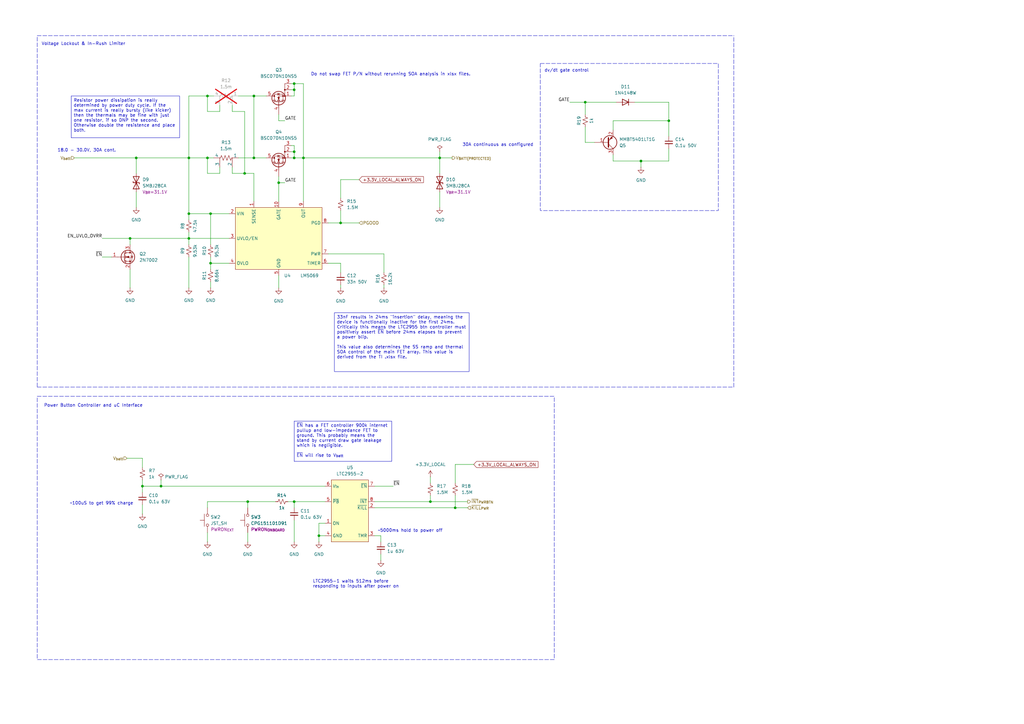
<source format=kicad_sch>
(kicad_sch (version 20231120) (generator "eeschema") (generator_version "8.0")
  (paper "A3")
  (title_block (title "Power Board") (date "2024-11-01") (rev "1.0") (company "SSL A-Team") (comment 1 "Will Stuckey"))
  (lib_symbols
    (symbol "AT-PowerIC:LM5069"
      (property "Reference" "U" (at -16.51 -14.224 0))
      (property "Value" "LM5069" (at 0 0 0))
      (symbol "LM5069_1_1"
        (rectangle (start -17.78 12.7) (end 17.78 -12.7) (fill (type background)))
        (pin input line (at -10.16 15.24 270) (length 2.54) (name "SENSE") (number "1"))
        (pin output line (at 0 15.24 270) (length 2.54) (name "GATE") (number "10"))
        (pin power_in line (at -20.32 10.16 0) (length 2.54) (name "VIN") (number "2"))
        (pin input line (at -20.32 0 0) (length 2.54) (name "UVLO/EN") (number "3"))
        (pin input line (at -20.32 -10.16 0) (length 2.54) (name "OVLO") (number "4"))
        (pin power_in line (at 0 -15.24 90) (length 2.54) (name "GND") (number "5"))
        (pin bidirectional line (at 20.32 -10.16 180) (length 2.54) (name "TIMER") (number "6"))
        (pin bidirectional line (at 20.32 -6.35 180) (length 2.54) (name "PWR") (number "7"))
        (pin open_collector line (at 20.32 6.35 180) (length 2.54) (name "PGD") (number "8"))
        (pin input line (at 10.16 15.24 270) (length 2.54) (name "OUT") (number "9"))
      )
    )
    (symbol "AT-PowerIC:LTC2955-2"
      (property "Reference" "U" (at 0 -13.97 0))
      (property "Value" "LTC2955-2" (at 0 13.97 0))
      (symbol "LTC2955-2_1_1"
        (rectangle (start -7.62 12.7) (end 7.62 -12.7) (fill (type background)))
        (pin input line (at -10.16 -5.08 0) (length 2.54) (name "ON") (number "1"))
        (pin input line (at 10.16 1.27 180) (length 2.54) (name "~{KILL}") (number "2"))
        (pin bidirectional line (at 10.16 -10.16 180) (length 2.54) (name "TMR") (number "3"))
        (pin power_in line (at -10.16 -10.16 0) (length 2.54) (name "GND") (number "4"))
        (pin input line (at -10.16 3.81 0) (length 2.54) (name "~{PB}") (number "5"))
        (pin power_in line (at -10.16 10.16 0) (length 2.54) (name "V_{in}") (number "6"))
        (pin power_out line (at 10.16 10.16 180) (length 2.54) (name "~{EN}") (number "7"))
        (pin output line (at 10.16 3.81 180) (length 2.54) (name "~{INT}") (number "8"))
      )
    )
    (symbol "AT-Transistors:Q_NMOS_SGD_PowerPAK" (pin_names (offset 0) hide)
      (property "Reference" "Q" (at 5.08 1.27 0))
      (property "Value" "Q_NMOS_SGD_PowerPAK" (at 5.08 -1.27 0))
      (symbol "Q_NMOS_SGD_PowerPAK_0_1"
        (polyline (pts (xy 0.254 0) (xy -2.54 0)))
        (polyline (pts (xy 0.254 1.905) (xy 0.254 -1.905)) (stroke (width 0.254)))
        (polyline (pts (xy 0.762 -1.27) (xy 0.762 -2.286)) (stroke (width 0.254)))
        (polyline (pts (xy 0.762 0.508) (xy 0.762 -0.508)) (stroke (width 0.254)))
        (polyline (pts (xy 0.762 2.286) (xy 0.762 1.27)) (stroke (width 0.254)))
        (polyline (pts (xy 2.54 2.54) (xy 2.54 1.778)))
        (polyline (pts (xy 7.62 -2.54) (xy 5.08 -2.54)) (stroke (width 0.1524)))
        (polyline (pts (xy 2.54 -2.54) (xy 2.54 0) (xy 0.762 0)))
        (polyline (pts (xy 5.08 -2.54) (xy 2.54 -2.54) (xy 3.81 -2.54)) (stroke (width 0.1524)))
        (polyline (pts (xy 0.762 -1.778) (xy 3.302 -1.778) (xy 3.302 1.778) (xy 0.762 1.778)))
        (polyline (pts (xy 1.016 0) (xy 2.032 0.381) (xy 2.032 -0.381) (xy 1.016 0)) (fill (type outline)))
        (polyline (pts (xy 2.794 0.508) (xy 2.921 0.381) (xy 3.683 0.381) (xy 3.81 0.254)))
        (polyline (pts (xy 3.302 0.381) (xy 2.921 -0.254) (xy 3.683 -0.254) (xy 3.302 0.381)))
        (circle (center 1.651 0) (radius 2.794) (stroke (width 0.254)))
        (circle (center 2.54 -2.54) (radius 0.254) (fill (type outline)))
        (circle (center 2.54 -1.778) (radius 0.254) (fill (type outline)))
        (circle (center 2.54 1.778) (radius 0.254) (fill (type outline)))
        (circle (center 5.08 -2.54) (radius 0.254) (fill (type outline)))
      )
      (symbol "Q_NMOS_SGD_PowerPAK_1_1"
        (pin passive line (at 2.54 -5.08 90) (length 2.54) (name "S") (number "1"))
        (pin passive line (at 5.08 -5.08 90) (length 2.54) (name "S") (number "2"))
        (pin passive line (at 7.62 -5.08 90) (length 2.54) (name "S") (number "3"))
        (pin input line (at -5.08 0 0) (length 5.08) (name "G") (number "4"))
        (pin passive line (at 2.54 5.08 270) (length 2.54) (name "D") (number "5"))
      )
    )
    (symbol "Device:C_Small" (pin_numbers hide) (pin_names (offset 0.254) hide)
      (property "Reference" "C" (at 0.254 1.778 0))
      (property "Value" "C_Small" (at 0.254 -2.032 0))
      (symbol "C_Small_0_1"
        (polyline (pts (xy -1.524 -0.508) (xy 1.524 -0.508)) (stroke (width 0.3302)))
        (polyline (pts (xy -1.524 0.508) (xy 1.524 0.508)) (stroke (width 0.3048)))
      )
      (symbol "C_Small_1_1"
        (pin passive line (at 0 2.54 270) (length 2.032) (name "~") (number "1"))
        (pin passive line (at 0 -2.54 90) (length 2.032) (name "~") (number "2"))
      )
    )
    (symbol "Device:D_TVS" (pin_numbers hide) (pin_names (offset 1.016) hide)
      (property "Reference" "D" (at 0 2.54 0))
      (property "Value" "D_TVS" (at 0 -2.54 0))
      (symbol "D_TVS_0_1"
        (polyline (pts (xy 1.27 0) (xy -1.27 0)))
        (polyline (pts (xy 0.508 1.27) (xy 0 1.27) (xy 0 -1.27) (xy -0.508 -1.27)) (stroke (width 0.254)))
        (polyline (pts (xy -2.54 1.27) (xy -2.54 -1.27) (xy 2.54 1.27) (xy 2.54 -1.27) (xy -2.54 1.27)) (stroke (width 0.254)))
      )
      (symbol "D_TVS_1_1"
        (pin passive line (at -3.81 0 0) (length 2.54) (name "A1") (number "1"))
        (pin passive line (at 3.81 0 180) (length 2.54) (name "A2") (number "2"))
      )
    )
    (symbol "Device:Q_PNP_BEC" (pin_names (offset 0) hide)
      (property "Reference" "Q" (at 5.08 1.27 0))
      (property "Value" "Q_PNP_BEC" (at 5.08 -1.27 0))
      (symbol "Q_PNP_BEC_0_1"
        (polyline (pts (xy 0.635 0.635) (xy 2.54 2.54)))
        (polyline (pts (xy 0.635 -0.635) (xy 2.54 -2.54) (xy 2.54 -2.54)))
        (polyline (pts (xy 0.635 1.905) (xy 0.635 -1.905) (xy 0.635 -1.905)) (stroke (width 0.508)))
        (polyline (pts (xy 2.286 -1.778) (xy 1.778 -2.286) (xy 1.27 -1.27) (xy 2.286 -1.778) (xy 2.286 -1.778)) (fill (type outline)))
        (circle (center 1.27 0) (radius 2.8194) (stroke (width 0.254)))
      )
      (symbol "Q_PNP_BEC_1_1"
        (pin input line (at -5.08 0 0) (length 5.715) (name "B") (number "1"))
        (pin passive line (at 2.54 -5.08 90) (length 2.54) (name "E") (number "2"))
        (pin passive line (at 2.54 5.08 270) (length 2.54) (name "C") (number "3"))
      )
    )
    (symbol "Device:R_Shunt_US" (pin_numbers hide) (pin_names (offset 0))
      (property "Reference" "R" (at -5.08 0 90))
      (property "Value" "R_Shunt_US" (at -3.048 0 90))
      (symbol "R_Shunt_US_1_1"
        (polyline (pts (xy 0 -2.54) (xy 1.27 -2.54)))
        (polyline (pts (xy 0 -2.286) (xy 0 -2.54)))
        (polyline (pts (xy 0 2.286) (xy 0 2.54)))
        (polyline (pts (xy 1.27 2.54) (xy 0 2.54)))
        (polyline (pts (xy 0 -0.762) (xy 1.016 -1.143) (xy 0 -1.524) (xy -1.016 -1.905) (xy 0 -2.286)))
        (polyline (pts (xy 0 0.762) (xy 1.016 0.381) (xy 0 0) (xy -1.016 -0.381) (xy 0 -0.762)))
        (polyline (pts (xy 0 2.286) (xy 1.016 1.905) (xy 0 1.524) (xy -1.016 1.143) (xy 0 0.762)))
        (pin passive line (at 0 5.08 270) (length 2.54) (name "1") (number "1"))
        (pin passive line (at 3.81 2.54 180) (length 2.54) (name "2") (number "2"))
        (pin passive line (at 3.81 -2.54 180) (length 2.54) (name "3") (number "3"))
        (pin passive line (at 0 -5.08 90) (length 2.54) (name "4") (number "4"))
      )
    )
    (symbol "Device:R_Small_US" (pin_numbers hide) (pin_names (offset 0.254) hide)
      (property "Reference" "R" (at 0.762 0.508 0))
      (property "Value" "R_Small_US" (at 0.762 -1.016 0))
      (symbol "R_Small_US_1_1"
        (polyline (pts (xy 0 0) (xy 1.016 -0.381) (xy 0 -0.762) (xy -1.016 -1.143) (xy 0 -1.524)))
        (polyline (pts (xy 0 1.524) (xy 1.016 1.143) (xy 0 0.762) (xy -1.016 0.381) (xy 0 0)))
        (pin passive line (at 0 2.54 270) (length 1.016) (name "~") (number "1"))
        (pin passive line (at 0 -2.54 90) (length 1.016) (name "~") (number "2"))
      )
    )
    (symbol "Diode:1N4148W" (pin_numbers hide) (pin_names hide)
      (property "Reference" "D" (at 0 2.54 0))
      (property "Value" "1N4148W" (at 0 -2.54 0))
      (symbol "1N4148W_0_1"
        (polyline (pts (xy -1.27 1.27) (xy -1.27 -1.27)) (stroke (width 0.254)))
        (polyline (pts (xy 1.27 0) (xy -1.27 0)))
        (polyline (pts (xy 1.27 1.27) (xy 1.27 -1.27) (xy -1.27 0) (xy 1.27 1.27)) (stroke (width 0.254)))
      )
      (symbol "1N4148W_1_1"
        (pin passive line (at -3.81 0 0) (length 2.54) (name "K") (number "1"))
        (pin passive line (at 3.81 0 180) (length 2.54) (name "A") (number "2"))
      )
    )
    (symbol "Switch:SW_Push" (pin_numbers hide) (pin_names (offset 1.016) hide)
      (property "Reference" "SW" (at 1.27 2.54 0))
      (property "Value" "SW_Push" (at 0 -1.524 0))
      (symbol "SW_Push_0_1"
        (circle (center -2.032 0) (radius 0.508))
        (polyline (pts (xy 0 1.27) (xy 0 3.048)))
        (polyline (pts (xy 2.54 1.27) (xy -2.54 1.27)))
        (circle (center 2.032 0) (radius 0.508))
        (pin passive line (at -5.08 0 0) (length 2.54) (name "1") (number "1"))
        (pin passive line (at 5.08 0 180) (length 2.54) (name "2") (number "2"))
      )
    )
    (symbol "Transistor_FET:2N7002" (pin_names hide)
      (property "Reference" "Q" (at 5.08 1.905 0))
      (property "Value" "2N7002" (at 5.08 0 0))
      (symbol "2N7002_0_1"
        (polyline (pts (xy 0.254 0) (xy -2.54 0)))
        (polyline (pts (xy 0.254 1.905) (xy 0.254 -1.905)) (stroke (width 0.254)))
        (polyline (pts (xy 0.762 -1.27) (xy 0.762 -2.286)) (stroke (width 0.254)))
        (polyline (pts (xy 0.762 0.508) (xy 0.762 -0.508)) (stroke (width 0.254)))
        (polyline (pts (xy 0.762 2.286) (xy 0.762 1.27)) (stroke (width 0.254)))
        (polyline (pts (xy 2.54 2.54) (xy 2.54 1.778)))
        (polyline (pts (xy 2.54 -2.54) (xy 2.54 0) (xy 0.762 0)))
        (polyline (pts (xy 0.762 -1.778) (xy 3.302 -1.778) (xy 3.302 1.778) (xy 0.762 1.778)))
        (polyline (pts (xy 1.016 0) (xy 2.032 0.381) (xy 2.032 -0.381) (xy 1.016 0)) (fill (type outline)))
        (polyline (pts (xy 2.794 0.508) (xy 2.921 0.381) (xy 3.683 0.381) (xy 3.81 0.254)))
        (polyline (pts (xy 3.302 0.381) (xy 2.921 -0.254) (xy 3.683 -0.254) (xy 3.302 0.381)))
        (circle (center 1.651 0) (radius 2.794) (stroke (width 0.254)))
        (circle (center 2.54 -1.778) (radius 0.254) (fill (type outline)))
        (circle (center 2.54 1.778) (radius 0.254) (fill (type outline)))
      )
      (symbol "2N7002_1_1"
        (pin input line (at -5.08 0 0) (length 2.54) (name "G") (number "1"))
        (pin passive line (at 2.54 -5.08 90) (length 2.54) (name "S") (number "2"))
        (pin passive line (at 2.54 5.08 270) (length 2.54) (name "D") (number "3"))
      )
    )
    (symbol "power:+3.3V" (power) (pin_numbers hide) (pin_names (offset 0) hide)
      (property "Value" "+3.3V" (at 0 3.556 0))
      (symbol "+3.3V_0_1"
        (polyline (pts (xy -0.762 1.27) (xy 0 2.54)))
        (polyline (pts (xy 0 0) (xy 0 2.54)))
        (polyline (pts (xy 0 2.54) (xy 0.762 1.27)))
      )
      (symbol "+3.3V_1_1"
        (pin power_in line (at 0 0 90) (length 0) (name "~") (number "1"))
      )
    )
    (symbol "power:GND" (power) (pin_numbers hide) (pin_names (offset 0) hide)
      (property "Value" "GND" (at 0 -3.81 0))
      (symbol "GND_0_1"
        (polyline (pts (xy 0 0) (xy 0 -1.27) (xy 1.27 -1.27) (xy 0 -2.54) (xy -1.27 -1.27) (xy 0 -1.27)))
      )
      (symbol "GND_1_1"
        (pin power_in line (at 0 0 270) (length 0) (name "~") (number "1"))
      )
    )
    (symbol "power:PWR_FLAG" (power) (pin_numbers hide) (pin_names (offset 0) hide)
      (property "Value" "PWR_FLAG" (at 0 3.81 0))
      (symbol "PWR_FLAG_0_0"
        (pin power_out line (at 0 0 90) (length 0) (name "pwr") (number "1"))
      )
      (symbol "PWR_FLAG_0_1"
        (polyline (pts (xy 0 0) (xy 0 1.27) (xy -1.016 1.905) (xy 0 2.54) (xy 1.016 1.905) (xy 0 1.27)))
      )
    )
  )
  (junction (at 120.65 64.77))
  (junction (at 100.33 71.12))
  (junction (at 85.09 39.37))
  (junction (at 120.65 36.83))
  (junction (at 66.04 199.39))
  (junction (at 86.36 107.95))
  (junction (at 101.6 205.74))
  (junction (at 180.34 64.77) (diameter 0.9144))
  (junction (at 104.14 39.37))
  (junction (at 55.88 64.77))
  (junction (at 85.09 64.77))
  (junction (at 274.32 49.53))
  (junction (at 58.42 199.39))
  (junction (at 176.53 205.74))
  (junction (at 262.89 66.04))
  (junction (at 130.81 219.71))
  (junction (at 77.47 64.77))
  (junction (at 104.14 64.77))
  (junction (at 114.3 74.93))
  (junction (at 120.65 62.23))
  (junction (at 120.65 34.29))
  (junction (at 120.65 205.74))
  (junction (at 240.03 41.91))
  (junction (at 77.47 87.63))
  (junction (at 139.7 91.44))
  (junction (at 77.47 97.79))
  (junction (at 86.36 87.63))
  (junction (at 124.46 64.77))
  (junction (at 186.69 208.28))
  (junction (at 53.34 97.79))
  (wire (pts (xy 85.09 205.74) (xy 101.6 205.74)))
  (wire (pts (xy 191.77 208.28) (xy 186.69 208.28)))
  (wire (pts (xy 157.48 104.14) (xy 134.62 104.14)))
  (wire (pts (xy 87.63 39.37) (xy 85.09 39.37)))
  (wire (pts (xy 120.65 62.23) (xy 120.65 64.77)))
  (wire (pts (xy 114.3 74.93) (xy 116.84 74.93)))
  (wire (pts (xy 134.62 107.95) (xy 139.7 107.95)))
  (wire (pts (xy 233.68 41.91) (xy 240.03 41.91)))
  (wire (pts (xy 90.17 71.12) (xy 85.09 71.12)))
  (wire (pts (xy 274.32 41.91) (xy 274.32 49.53)))
  (wire (pts (xy 114.3 113.03) (xy 114.3 118.11)))
  (wire (pts (xy 118.11 205.74) (xy 120.65 205.74)))
  (wire (pts (xy 119.38 34.29) (xy 120.65 34.29)))
  (wire (pts (xy 130.81 219.71) (xy 130.81 214.63)))
  (wire (pts (xy 101.6 218.44) (xy 101.6 222.25)))
  (wire (pts (xy 139.7 86.36) (xy 139.7 91.44)))
  (wire (pts (xy 120.65 205.74) (xy 120.65 208.28)))
  (wire (pts (xy 55.88 64.77) (xy 55.88 71.12)))
  (wire (pts (xy 240.03 41.91) (xy 252.73 41.91)))
  (wire (pts (xy 77.47 97.79) (xy 93.98 97.79)))
  (wire (pts (xy 176.53 203.2) (xy 176.53 205.74)))
  (wire (pts (xy 77.47 87.63) (xy 86.36 87.63)))
  (wire (pts (xy 130.81 222.25) (xy 130.81 219.71)))
  (wire (pts (xy 104.14 39.37) (xy 109.22 39.37)))
  (wire (pts (xy 86.36 115.57) (xy 86.36 118.11)))
  (wire (pts (xy 262.89 66.04) (xy 251.46 66.04)))
  (wire (pts (xy 240.03 52.07) (xy 240.03 58.42)))
  (wire (pts (xy 77.47 105.41) (xy 77.47 118.11)))
  (wire (pts (xy 120.65 34.29) (xy 124.46 34.29)))
  (wire (pts (xy 260.35 41.91) (xy 274.32 41.91)))
  (wire (pts (xy 58.42 207.01) (xy 58.42 210.82)))
  (wire (pts (xy 58.42 196.85) (xy 58.42 199.39)))
  (wire (pts (xy 85.09 205.74) (xy 85.09 208.28)))
  (wire (pts (xy 77.47 39.37) (xy 77.47 64.77)))
  (wire (pts (xy 85.09 218.44) (xy 85.09 222.25)))
  (wire (pts (xy 114.3 46.99) (xy 114.3 49.53)))
  (wire (pts (xy 120.65 36.83) (xy 120.65 39.37)))
  (wire (pts (xy 119.38 36.83) (xy 120.65 36.83)))
  (wire (pts (xy 55.88 64.77) (xy 77.47 64.77)))
  (wire (pts (xy 157.48 111.76) (xy 157.48 104.14)))
  (wire (pts (xy 114.3 72.39) (xy 114.3 74.93)))
  (wire (pts (xy 77.47 64.77) (xy 85.09 64.77)))
  (wire (pts (xy 90.17 68.58) (xy 90.17 71.12)))
  (wire (pts (xy 58.42 187.96) (xy 58.42 191.77)))
  (wire (pts (xy 114.3 74.93) (xy 114.3 82.55)))
  (wire (pts (xy 86.36 107.95) (xy 93.98 107.95)))
  (wire (pts (xy 85.09 39.37) (xy 77.47 39.37)))
  (wire (pts (xy 86.36 107.95) (xy 86.36 110.49)))
  (wire (pts (xy 153.67 208.28) (xy 186.69 208.28)))
  (wire (pts (xy 30.48 64.77) (xy 55.88 64.77)))
  (wire (pts (xy 124.46 34.29) (xy 124.46 64.77)))
  (wire (pts (xy 101.6 205.74) (xy 113.03 205.74)))
  (wire (pts (xy 130.81 214.63) (xy 133.35 214.63)))
  (wire (pts (xy 139.7 73.66) (xy 147.32 73.66)))
  (wire (pts (xy 180.34 78.74) (xy 180.34 85.09)))
  (wire (pts (xy 90.17 45.72) (xy 85.09 45.72)))
  (wire (pts (xy 55.88 78.74) (xy 55.88 85.09)))
  (wire (pts (xy 100.33 71.12) (xy 104.14 71.12)))
  (wire (pts (xy 124.46 64.77) (xy 180.34 64.77)))
  (wire (pts (xy 251.46 66.04) (xy 251.46 63.5)))
  (polyline (pts (xy 15.24 15.24) (xy 15.24 158.75)) (stroke (width 0) (type dash)))
  (wire (pts (xy 180.34 62.23) (xy 180.34 64.77)))
  (polyline (pts (xy 15.24 14.605) (xy 300.99 14.605)) (stroke (width 0) (type dash)))
  (wire (pts (xy 52.07 187.96) (xy 58.42 187.96)))
  (wire (pts (xy 186.69 190.5) (xy 186.69 198.12)))
  (wire (pts (xy 156.21 219.71) (xy 153.67 219.71)))
  (wire (pts (xy 104.14 64.77) (xy 109.22 64.77)))
  (wire (pts (xy 274.32 60.96) (xy 274.32 66.04)))
  (polyline (pts (xy 300.99 158.75) (xy 300.99 14.605)) (stroke (width 0) (type dash)))
  (wire (pts (xy 120.65 205.74) (xy 133.35 205.74)))
  (wire (pts (xy 41.91 105.41) (xy 45.72 105.41)))
  (wire (pts (xy 77.47 87.63) (xy 77.47 64.77)))
  (wire (pts (xy 251.46 53.34) (xy 251.46 49.53)))
  (wire (pts (xy 157.48 116.84) (xy 157.48 118.11)))
  (wire (pts (xy 85.09 45.72) (xy 85.09 39.37)))
  (wire (pts (xy 139.7 107.95) (xy 139.7 111.76)))
  (wire (pts (xy 104.14 39.37) (xy 104.14 64.77)))
  (wire (pts (xy 86.36 87.63) (xy 86.36 100.33)))
  (wire (pts (xy 85.09 64.77) (xy 87.63 64.77)))
  (wire (pts (xy 97.79 64.77) (xy 104.14 64.77)))
  (wire (pts (xy 53.34 97.79) (xy 53.34 100.33)))
  (wire (pts (xy 120.65 213.36) (xy 120.65 222.25)))
  (wire (pts (xy 41.91 97.79) (xy 53.34 97.79)))
  (wire (pts (xy 180.34 64.77) (xy 180.34 71.12)))
  (wire (pts (xy 100.33 45.72) (xy 100.33 71.12)))
  (wire (pts (xy 120.65 64.77) (xy 124.46 64.77)))
  (wire (pts (xy 139.7 116.84) (xy 139.7 118.11)))
  (wire (pts (xy 240.03 58.42) (xy 243.84 58.42)))
  (wire (pts (xy 251.46 49.53) (xy 274.32 49.53)))
  (wire (pts (xy 53.34 97.79) (xy 77.47 97.79)))
  (wire (pts (xy 95.25 43.18) (xy 95.25 45.72)))
  (wire (pts (xy 186.69 203.2) (xy 186.69 208.28)))
  (wire (pts (xy 156.21 222.25) (xy 156.21 219.71)))
  (wire (pts (xy 77.47 97.79) (xy 77.47 100.33)))
  (wire (pts (xy 180.34 64.77) (xy 185.42 64.77)))
  (wire (pts (xy 120.65 59.69) (xy 120.65 62.23)))
  (wire (pts (xy 139.7 91.44) (xy 147.32 91.44)))
  (polyline (pts (xy 15.24 158.75) (xy 300.99 158.75)) (stroke (width 0) (type dash)))
  (wire (pts (xy 153.67 205.74) (xy 176.53 205.74)))
  (wire (pts (xy 124.46 64.77) (xy 124.46 82.55)))
  (wire (pts (xy 262.89 66.04) (xy 262.89 68.58)))
  (wire (pts (xy 186.69 190.5) (xy 194.31 190.5)))
  (wire (pts (xy 95.25 68.58) (xy 95.25 71.12)))
  (wire (pts (xy 58.42 199.39) (xy 58.42 201.93)))
  (wire (pts (xy 95.25 71.12) (xy 100.33 71.12)))
  (wire (pts (xy 119.38 59.69) (xy 120.65 59.69)))
  (wire (pts (xy 176.53 205.74) (xy 191.77 205.74)))
  (wire (pts (xy 77.47 95.25) (xy 77.47 97.79)))
  (wire (pts (xy 134.62 91.44) (xy 139.7 91.44)))
  (wire (pts (xy 85.09 71.12) (xy 85.09 64.77)))
  (wire (pts (xy 86.36 87.63) (xy 93.98 87.63)))
  (wire (pts (xy 53.34 110.49) (xy 53.34 118.11)))
  (wire (pts (xy 66.04 199.39) (xy 133.35 199.39)))
  (wire (pts (xy 156.21 227.33) (xy 156.21 229.87)))
  (wire (pts (xy 104.14 71.12) (xy 104.14 82.55)))
  (wire (pts (xy 119.38 64.77) (xy 120.65 64.77)))
  (wire (pts (xy 120.65 34.29) (xy 120.65 36.83)))
  (wire (pts (xy 97.79 39.37) (xy 104.14 39.37)))
  (wire (pts (xy 139.7 73.66) (xy 139.7 81.28)))
  (wire (pts (xy 153.67 199.39) (xy 161.29 199.39)))
  (wire (pts (xy 262.89 66.04) (xy 274.32 66.04)))
  (wire (pts (xy 119.38 62.23) (xy 120.65 62.23)))
  (wire (pts (xy 130.81 219.71) (xy 133.35 219.71)))
  (wire (pts (xy 101.6 205.74) (xy 101.6 208.28)))
  (wire (pts (xy 119.38 39.37) (xy 120.65 39.37)))
  (wire (pts (xy 114.3 49.53) (xy 116.84 49.53)))
  (wire (pts (xy 274.32 49.53) (xy 274.32 55.88)))
  (wire (pts (xy 58.42 199.39) (xy 66.04 199.39)))
  (wire (pts (xy 95.25 45.72) (xy 100.33 45.72)))
  (wire (pts (xy 176.53 195.58) (xy 176.53 198.12)))
  (wire (pts (xy 86.36 105.41) (xy 86.36 107.95)))
  (wire (pts (xy 90.17 43.18) (xy 90.17 45.72)))
  (wire (pts (xy 240.03 46.99) (xy 240.03 41.91)))
  (wire (pts (xy 77.47 87.63) (xy 77.47 90.17)))
  (wire (pts (xy 66.04 196.85) (xy 66.04 199.39)))
  (rectangle (start 221.615 26.035) (end 294.64 86.36) (stroke (width 0) (type dash)))
  (rectangle (start 15.24 162.56) (end 227.33 270.51) (stroke (width 0) (type dash)))
  (text_box "~{EN} has a FET controller 900k internet pullup and low-impedance FET to ground. This probably means the stand by current draw gate leakage which is negligible.\n\n~{EN} will rise to V_{batt}" (at 120.65 172.72 0) (size 40.005 16.51) (effects (font (size 1.27 1.27)) (justify left top)))
  (text_box "Resistor power dissipation is really determined by power duty cycle. If the max current is really bursty (like kicker) then the thermals may be fine with just one resistor, if so DNP the second. Otherwise double the resistence and place both." (at 29.21 39.37 0) (size 44.45 17.145) (effects (font (size 1.27 1.27)) (justify left top)))
  (text_box "33nF results in 24ms \"insertion\" delay, meaning the device is functionally inactive for the first 24ms. Critically this means the LTC2955 btn controller must positively assert ~{EN} before 24ms elapses to prevent a power blip.\n\nThis value also determines the SS ramp and thermal SOA control of the main FET array. This value is derived from the TI .xlsx file. " (at 137.16 128.27 0) (size 55.245 24.13) (effects (font (size 1.27 1.27)) (justify left top)))
  (text "18.0 - 30.0V, 30A cont." (at 35.56 61.722 0) (effects (font (size 1.27 1.27))))
  (text "30A continuous as configured" (at 204.216 59.436 0) (effects (font (size 1.27 1.27))))
  (text "Voltage Lockout & In-Rush Limiter" (at 17.018 18.796 0) (effects (font (size 1.27 1.27)) (justify left bottom)))
  (text "~5000ms hold to power off\n" (at 154.94 218.44 0) (effects (font (size 1.27 1.27)) (justify left bottom)))
  (text "dv/dt gate control" (at 232.41 28.956 0) (effects (font (size 1.27 1.27))))
  (text "LTC2955-1 waits 512ms before\nresponding to inputs after power on" (at 128.27 241.3 0) (effects (font (size 1.27 1.27)) (justify left bottom)))
  (text "Power Button Controller and uC Interface" (at 18.034 167.132 0) (effects (font (size 1.27 1.27)) (justify left bottom)))
  (text "Do not swap FET P/N without rerunning SOA analysis in xlsx files." (at 127.508 31.242 0) (effects (font (size 1.27 1.27)) (justify left bottom)))
  (text "~100uS to get 99% charge" (at 41.656 206.502 0) (effects (font (size 1.27 1.27))))
  (label "GATE" (at 116.84 49.53 0))
  (label "~{EN}" (at 161.29 199.39 0))
  (label "EN_UVLO_OVRR" (at 41.91 97.79 180))
  (label "GATE" (at 116.84 74.93 0))
  (label "GATE" (at 233.68 41.91 180))
  (label "~{EN}" (at 41.91 105.41 180))
  (global_label "+3.3V_LOCAL_ALWAYS_ON" (shape input) (at 147.32 73.66 0) (property "Intersheetrefs" "${INTERSHEET_REFS}" (effects (hide yes))))
  (global_label "+3.3V_LOCAL_ALWAYS_ON" (shape input) (at 194.31 190.5 0) (property "Intersheetrefs" "${INTERSHEET_REFS}" (effects (hide yes))))
  (hierarchical_label "~{KILL}_{PWR}" (shape input) (at 191.77 208.28 0))
  (hierarchical_label "V_{batt}" (shape input) (at 52.07 187.96 180))
  (hierarchical_label "V_{batt}" (shape input) (at 30.48 64.77 180))
  (hierarchical_label "~{INT}_{PWRBTN}" (shape output) (at 191.77 205.74 0))
  (hierarchical_label "V_{BATT(PROTECTED)}" (shape output) (at 185.42 64.77 0))
  (hierarchical_label "PGOOD" (shape input) (at 147.32 91.44 0))
  (symbol (lib_id "Diode:1N4148W") (at 256.54 41.91 180) (unit 1)
    (property "Reference" "D11" (at 256.54 35.56 0))
    (property "Value" "1N4148W" (at 256.54 38.1 0))
    (property "Footprint" "Diode_SMD:D_SOD-123" (effects (hide yes)))
    (property "Datasheet" "https://www.vishay.com/docs/85748/1n4148w.pdf" (effects (hide yes)))
    (property "Description" "75V 0.15A Fast Switching Diode, SOD-123" (effects (hide yes)))
    (property "Sim.Device" "D" (effects (hide yes)))
    (property "Sim.Pins" "1=K 2=A" (effects (hide yes)))
  )
  (symbol (lib_id "AT-Transistors:Q_NMOS_SGD_PowerPAK") (at 114.3 67.31 90) (unit 1)
    (property "Reference" "Q4" (at 114.3 54.102 90))
    (property "Value" "BSC070N10NS5" (at 114.3 56.642 90))
    (property "Footprint" "AT-Discrete:PowerFLAT_5x6" (effects (hide yes)))
  )
  (symbol (lib_id "power:GND") (at 120.65 222.25 0) (unit 1)
    (property "Reference" "#PWR042" (effects (hide yes)))
    (property "Value" "GND" (at 120.65 227.33 0))
  )
  (symbol (lib_id "Switch:SW_Push") (at 101.6 213.36 90) (unit 1)
    (property "Reference" "SW3" (at 102.87 212.09 90) (effects (justify right)))
    (property "Value" "CPG151101D91" (at 102.87 214.63 90) (effects (justify right)))
    (property "Footprint" "Button_Switch_SMD:SW_SPST_TL3305A" (effects (hide yes)))
    (property "Value2" "PWRON_{ONBOARD}" (at 102.87 217.17 90) (effects (justify right)))
  )
  (symbol (lib_id "power:GND") (at 85.09 222.25 0) (unit 1)
    (property "Reference" "#PWR038" (effects (hide yes)))
    (property "Value" "GND" (at 85.09 227.33 0))
  )
  (symbol (lib_id "Device:C_Small") (at 274.32 58.42 0) (unit 1)
    (property "Reference" "C14" (at 276.86 57.1562 0) (effects (justify left)))
    (property "Value" "0.1u 50V" (at 276.86 59.6962 0) (effects (justify left)))
    (property "Footprint" "Capacitor_SMD:C_0402_1005Metric" (effects (hide yes)))
  )
  (symbol (lib_id "power:GND") (at 114.3 118.11 0) (unit 1)
    (property "Reference" "#PWR041" (effects (hide yes)))
    (property "Value" "GND" (at 114.3 123.444 0))
  )
  (symbol (lib_id "Device:R_Small_US") (at 186.69 200.66 0) (unit 1)
    (property "Reference" "R18" (at 189.23 199.3899 0) (effects (justify left)))
    (property "Value" "1.5M" (at 189.23 201.9299 0) (effects (justify left)))
    (property "Footprint" "Resistor_SMD:R_0402_1005Metric" (effects (hide yes)))
  )
  (symbol (lib_id "Device:R_Small_US") (at 115.57 205.74 270) (unit 1)
    (property "Reference" "R14" (at 115.57 203.2 90))
    (property "Value" "1k" (at 115.57 208.28 90))
    (property "Footprint" "Resistor_SMD:R_0402_1005Metric" (effects (hide yes)))
  )
  (symbol (lib_id "power:GND") (at 77.47 118.11 0) (unit 1)
    (property "Reference" "#PWR037" (effects (hide yes)))
    (property "Value" "GND" (at 77.47 123.19 0))
  )
  (symbol (lib_id "Device:C_Small") (at 120.65 210.82 0) (unit 1)
    (property "Reference" "C11" (at 123.19 209.5562 0) (effects (justify left)))
    (property "Value" "0.1u 63V" (at 123.19 212.0962 0) (effects (justify left)))
    (property "Footprint" "Capacitor_SMD:C_0402_1005Metric" (effects (hide yes)))
  )
  (symbol (lib_id "Device:R_Small_US") (at 240.03 49.53 0) (unit 1)
    (property "Reference" "R19" (at 237.49 49.53 90))
    (property "Value" "1k" (at 242.57 49.53 90))
    (property "Footprint" "Resistor_SMD:R_0402_1005Metric" (effects (hide yes)))
  )
  (symbol (lib_id "power:GND") (at 53.34 118.11 0) (unit 1)
    (property "Reference" "#PWR034" (effects (hide yes)))
    (property "Value" "GND" (at 53.34 123.19 0))
  )
  (symbol (lib_id "AT-PowerIC:LM5069") (at 114.3 97.79 0) (unit 1)
    (property "Reference" "U4" (at 116.4941 113.03 0) (effects (justify left)))
    (property "Value" "LM5069" (at 123.19 113.03 0) (effects (justify left)))
  )
  (symbol (lib_id "power:+3.3V") (at 176.53 195.58 0) (unit 1)
    (property "Reference" "#PWR047" (effects (hide yes)))
    (property "Value" "+3.3V_LOCAL" (at 176.53 190.5 0))
    (property "Description" "Power symbol creates a global label with name \"+3.3V\"" (effects (hide yes)))
  )
  (symbol (lib_id "power:PWR_FLAG") (at 66.04 196.85 0) (unit 1)
    (property "Reference" "#FLG01" (effects (hide yes)))
    (property "Value" "PWR_FLAG" (at 72.39 195.58 0))
  )
  (symbol (lib_id "Device:R_Small_US") (at 77.47 102.87 0) (unit 1)
    (property "Reference" "R9" (at 74.93 102.87 90))
    (property "Value" "9.53k" (at 80.01 102.87 90))
    (property "Footprint" "Resistor_SMD:R_0402_1005Metric" (effects (hide yes)))
  )
  (symbol (lib_id "AT-Transistors:Q_NMOS_SGD_PowerPAK") (at 114.3 41.91 90) (unit 1)
    (property "Reference" "Q3" (at 114.3 28.702 90))
    (property "Value" "BSC070N10NS5" (at 114.3 31.242 90))
    (property "Footprint" "AT-Discrete:PowerFLAT_5x6" (effects (hide yes)))
  )
  (symbol (lib_id "power:GND") (at 139.7 118.11 0) (unit 1)
    (property "Reference" "#PWR044" (effects (hide yes)))
    (property "Value" "GND" (at 139.7 123.444 0))
  )
  (symbol (lib_id "Device:R_Small_US") (at 86.36 113.03 0) (unit 1)
    (property "Reference" "R11" (at 83.82 113.03 90))
    (property "Value" "8.66k" (at 88.9 113.03 90))
    (property "Footprint" "Resistor_SMD:R_0402_1005Metric" (effects (hide yes)))
  )
  (symbol (lib_id "power:GND") (at 58.42 210.82 0) (unit 1)
    (property "Reference" "#PWR036" (effects (hide yes)))
    (property "Value" "GND" (at 58.42 215.9 0))
  )
  (symbol (lib_id "Device:R_Small_US") (at 139.7 83.82 0) (unit 1)
    (property "Reference" "R15" (at 142.24 82.5499 0) (effects (justify left)))
    (property "Value" "1.5M" (at 142.24 85.0899 0) (effects (justify left)))
    (property "Footprint" "Resistor_SMD:R_0402_1005Metric" (effects (hide yes)))
  )
  (symbol (lib_id "Device:R_Shunt_US") (at 92.71 39.37 270) (unit 1) (dnp yes)
    (property "Reference" "R12" (at 92.71 33.02 90))
    (property "Value" "1.5m" (at 92.71 35.56 90))
    (property "Description" "Shunt resistor, US symbol" (effects (hide yes)))
  )
  (symbol (lib_id "Device:R_Small_US") (at 86.36 102.87 0) (unit 1)
    (property "Reference" "R10" (at 83.82 102.87 90))
    (property "Value" "95.3k" (at 88.9 102.87 90))
    (property "Footprint" "Resistor_SMD:R_0402_1005Metric" (effects (hide yes)))
  )
  (symbol (lib_id "AT-PowerIC:LTC2955-2") (at 143.51 209.55 0) (unit 1)
    (property "Reference" "U5" (at 143.51 191.77 0))
    (property "Value" "LTC2955-2" (at 143.51 194.31 0))
    (property "Datasheet" "https://www.analog.com/media/en/technical-documentation/data-sheets/2955fa.pdf" (effects (hide yes)))
    (property "Description" "micropower , pushbutton on/off controller, 40V" (effects (hide yes)))
  )
  (symbol (lib_id "power:GND") (at 101.6 222.25 0) (unit 1)
    (property "Reference" "#PWR040" (effects (hide yes)))
    (property "Value" "GND" (at 101.6 227.33 0))
  )
  (symbol (lib_id "power:GND") (at 86.36 118.11 0) (unit 1)
    (property "Reference" "#PWR039" (effects (hide yes)))
    (property "Value" "GND" (at 86.36 123.19 0))
  )
  (symbol (lib_id "power:GND") (at 156.21 229.87 0) (unit 1)
    (property "Reference" "#PWR045" (effects (hide yes)))
    (property "Value" "GND" (at 156.21 234.95 0))
  )
  (symbol (lib_id "Device:C_Small") (at 139.7 114.3 0) (unit 1)
    (property "Reference" "C12" (at 142.24 113.0362 0) (effects (justify left)))
    (property "Value" "33n 50V" (at 142.24 115.5762 0) (effects (justify left)))
    (property "Footprint" "Capacitor_SMD:C_0402_1005Metric" (effects (hide yes)))
  )
  (symbol (lib_id "power:GND") (at 130.81 222.25 0) (unit 1)
    (property "Reference" "#PWR043" (effects (hide yes)))
    (property "Value" "GND" (at 130.81 227.33 0))
  )
  (symbol (lib_id "power:GND") (at 262.89 68.58 0) (unit 1)
    (property "Reference" "#PWR049" (effects (hide yes)))
    (property "Value" "GND" (at 262.89 73.914 0))
  )
  (symbol (lib_id "Device:R_Small_US") (at 157.48 114.3 0) (unit 1)
    (property "Reference" "R16" (at 154.94 114.3 90))
    (property "Value" "16.2k" (at 160.02 114.3 90))
    (property "Footprint" "Resistor_SMD:R_0402_1005Metric" (effects (hide yes)))
  )
  (symbol (lib_id "Device:R_Small_US") (at 77.47 92.71 0) (unit 1)
    (property "Reference" "R8" (at 74.93 92.71 90))
    (property "Value" "47.5k" (at 80.01 92.71 90))
    (property "Footprint" "Resistor_SMD:R_0402_1005Metric" (effects (hide yes)))
  )
  (symbol (lib_id "Device:C_Small") (at 156.21 224.79 0) (unit 1)
    (property "Reference" "C13" (at 158.75 223.5262 0) (effects (justify left)))
    (property "Value" "1u 63V" (at 158.75 226.0662 0) (effects (justify left)))
    (property "Footprint" "Capacitor_SMD:C_0402_1005Metric" (effects (hide yes)))
  )
  (symbol (lib_id "Device:R_Small_US") (at 58.42 194.31 180) (unit 1)
    (property "Reference" "R7" (at 60.96 193.0399 0) (effects (justify right)))
    (property "Value" "1k" (at 60.96 195.5799 0) (effects (justify right)))
    (property "Footprint" "Resistor_SMD:R_0402_1005Metric" (effects (hide yes)))
  )
  (symbol (lib_id "Device:D_TVS") (at 180.34 74.93 90) (unit 1)
    (property "Reference" "D10" (at 182.88 73.6599 90) (effects (justify right)))
    (property "Value" "SMBJ28CA" (at 182.88 76.2 90) (effects (justify right)))
    (property "Footprint" "AT-Discrete:D_SMB_Non-Polar" (effects (hide yes)))
    (property "V_{BR}" "V_{BR}=31.1V" (at 187.96 78.74 90))
    (property "V_{BR}_min" "V_{BR}_min=28.0" (effects (hide yes)))
    (property "V_{BR}_max" "V_{BR}_max=34.4" (effects (hide yes)))
  )
  (symbol (lib_id "Transistor_FET:2N7002") (at 50.8 105.41 0) (unit 1)
    (property "Reference" "Q2" (at 57.15 104.1399 0) (effects (justify left)))
    (property "Value" "2N7002" (at 57.15 106.6799 0) (effects (justify left)))
    (property "Footprint" "Package_TO_SOT_SMD:SOT-23" (effects (hide yes)))
    (property "Datasheet" "https://www.onsemi.com/pub/Collateral/NDS7002A-D.PDF" (effects (hide yes)))
    (property "Description" "0.115A Id, 60V Vds, N-Channel MOSFET, SOT-23" (effects (hide yes)))
  )
  (symbol (lib_id "Device:Q_PNP_BEC") (at 248.92 58.42 0) (mirror x) (unit 1)
    (property "Reference" "Q5" (at 254 59.6901 0) (effects (justify left)))
    (property "Value" "MMBT5401LT1G" (at 254 57.1501 0) (effects (justify left)))
    (property "Description" "PNP transistor, base/emitter/collector" (effects (hide yes)))
  )
  (symbol (lib_id "power:GND") (at 157.48 118.11 0) (unit 1)
    (property "Reference" "#PWR046" (effects (hide yes)))
    (property "Value" "GND" (at 157.48 123.444 0))
  )
  (symbol (lib_id "Switch:SW_Push") (at 85.09 213.36 90) (unit 1)
    (property "Reference" "SW2" (at 86.36 212.09 90) (effects (justify right)))
    (property "Value" "JST_SH" (at 86.36 214.63 90) (effects (justify right)))
    (property "Footprint" "Connector_JST:JST_SH_SM02B-SRSS-TB_1x02-1MP_P1.00mm_Horizontal" (effects (hide yes)))
    (property "Value2" "PWRON_{EXT}" (at 86.36 217.17 90) (effects (justify right)))
  )
  (symbol (lib_id "power:GND") (at 180.34 85.09 0) (unit 1)
    (property "Reference" "#PWR048" (effects (hide yes)))
    (property "Value" "GND" (at 180.34 90.17 0))
  )
  (symbol (lib_id "Device:R_Small_US") (at 176.53 200.66 0) (unit 1)
    (property "Reference" "R17" (at 179.07 199.3899 0) (effects (justify left)))
    (property "Value" "1.5M" (at 179.07 201.9299 0) (effects (justify left)))
    (property "Footprint" "Resistor_SMD:R_0402_1005Metric" (effects (hide yes)))
  )
  (symbol (lib_id "power:PWR_FLAG") (at 180.34 62.23 0) (unit 1)
    (property "Reference" "#FLG02" (effects (hide yes)))
    (property "Value" "PWR_FLAG" (at 180.34 57.15 0))
  )
  (symbol (lib_id "Device:C_Small") (at 58.42 204.47 0) (unit 1)
    (property "Reference" "C10" (at 60.96 203.2062 0) (effects (justify left)))
    (property "Value" "0.1u 63V" (at 60.96 205.7462 0) (effects (justify left)))
    (property "Footprint" "Capacitor_SMD:C_0402_1005Metric" (effects (hide yes)))
  )
  (symbol (lib_id "Device:D_TVS") (at 55.88 74.93 90) (unit 1)
    (property "Reference" "D9" (at 58.42 73.6599 90) (effects (justify right)))
    (property "Value" "SMBJ28CA" (at 58.42 76.2 90) (effects (justify right)))
    (property "Footprint" "AT-Discrete:D_SMB_Non-Polar" (effects (hide yes)))
    (property "V_{BR}" "V_{BR}=31.1V" (at 63.5 78.74 90))
    (property "V_{BR}_min" "V_{BR}_min=28.0" (effects (hide yes)))
    (property "V_{BR}_max" "V_{BR}_max=34.4" (effects (hide yes)))
  )
  (symbol (lib_id "Device:R_Shunt_US") (at 92.71 64.77 270) (unit 1)
    (property "Reference" "R13" (at 92.71 58.42 90))
    (property "Value" "1.5m" (at 92.71 60.96 90))
    (property "Description" "Shunt resistor, US symbol" (effects (hide yes)))
  )
  (symbol (lib_id "power:GND") (at 55.88 85.09 0) (unit 1)
    (property "Reference" "#PWR035" (effects (hide yes)))
    (property "Value" "GND" (at 55.88 90.17 0))
  )
)
</source>
